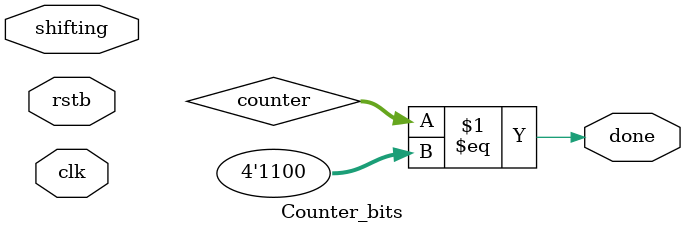
<source format=v>
`timescale 1ns / 1ns
module Counter_bits( clk, rstb, shifting, done);

input clk;
input rstb;
input shifting;
output done;

reg [3:0] counter;
wire done;
wire [1:0] sel;

assign done = (counter == 12);

		
endmodule

</source>
